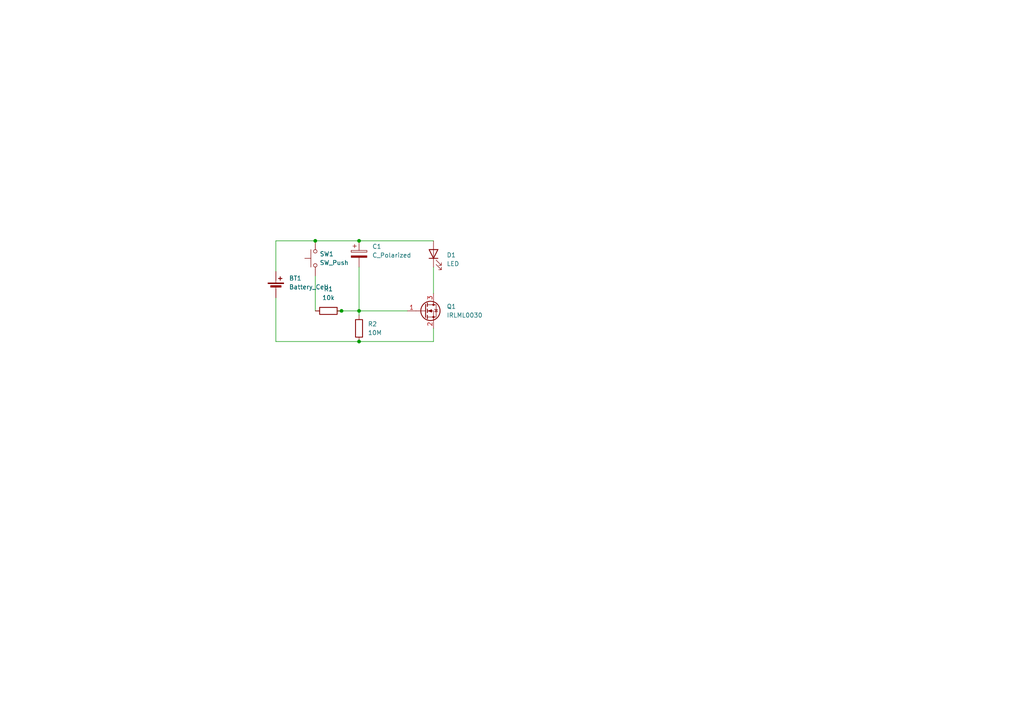
<source format=kicad_sch>
(kicad_sch (version 20231120) (generator "eeschema") (generator_version "8.0")
  (paper "A4")
  (lib_symbols
    (symbol "Device:Battery_Cell" (pin_numbers hide) (pin_names (offset 0) hide)
      (property "Reference" "BT" (at 2.54 2.54 0))
      (property "Value" "Battery_Cell" (at 2.54 0 0))
      (symbol "Battery_Cell_0_1"
        (rectangle (start -2.286 1.778) (end 2.286 1.524) (fill (type outline)))
        (rectangle (start -1.524 1.016) (end 1.524 0.508) (fill (type outline)))
        (polyline (pts (xy 0 0.762) (xy 0 0)))
        (polyline (pts (xy 0 1.778) (xy 0 2.54)))
        (polyline (pts (xy 0.762 3.048) (xy 1.778 3.048)) (stroke (width 0.254)))
        (polyline (pts (xy 1.27 3.556) (xy 1.27 2.54)) (stroke (width 0.254)))
      )
      (symbol "Battery_Cell_1_1"
        (pin passive line (at 0 5.08 270) (length 2.54) (name "+") (number "1"))
        (pin passive line (at 0 -2.54 90) (length 2.54) (name "-") (number "2"))
      )
    )
    (symbol "Device:C_Polarized" (pin_numbers hide) (pin_names (offset 0.254))
      (property "Reference" "C" (at 0.635 2.54 0))
      (property "Value" "C_Polarized" (at 0.635 -2.54 0))
      (symbol "C_Polarized_0_1"
        (rectangle (start -2.286 0.508) (end 2.286 1.016))
        (polyline (pts (xy -1.778 2.286) (xy -0.762 2.286)))
        (polyline (pts (xy -1.27 2.794) (xy -1.27 1.778)))
        (rectangle (start 2.286 -0.508) (end -2.286 -1.016) (fill (type outline)))
      )
      (symbol "C_Polarized_1_1"
        (pin passive line (at 0 3.81 270) (length 2.794) (name "~") (number "1"))
        (pin passive line (at 0 -3.81 90) (length 2.794) (name "~") (number "2"))
      )
    )
    (symbol "Device:LED" (pin_numbers hide) (pin_names (offset 1.016) hide)
      (property "Reference" "D" (at 0 2.54 0))
      (property "Value" "LED" (at 0 -2.54 0))
      (symbol "LED_0_1"
        (polyline (pts (xy -1.27 -1.27) (xy -1.27 1.27)) (stroke (width 0.254)))
        (polyline (pts (xy -1.27 0) (xy 1.27 0)))
        (polyline (pts (xy 1.27 -1.27) (xy 1.27 1.27) (xy -1.27 0) (xy 1.27 -1.27)) (stroke (width 0.254)))
        (polyline (pts (xy -3.048 -0.762) (xy -4.572 -2.286) (xy -3.81 -2.286) (xy -4.572 -2.286) (xy -4.572 -1.524)))
        (polyline (pts (xy -1.778 -0.762) (xy -3.302 -2.286) (xy -2.54 -2.286) (xy -3.302 -2.286) (xy -3.302 -1.524)))
      )
      (symbol "LED_1_1"
        (pin passive line (at -3.81 0 0) (length 2.54) (name "K") (number "1"))
        (pin passive line (at 3.81 0 180) (length 2.54) (name "A") (number "2"))
      )
    )
    (symbol "Device:R" (pin_numbers hide) (pin_names (offset 0))
      (property "Reference" "R" (at 2.032 0 90))
      (property "Value" "R" (at 0 0 90))
      (symbol "R_0_1"
        (rectangle (start -1.016 -2.54) (end 1.016 2.54) (stroke (width 0.254)))
      )
      (symbol "R_1_1"
        (pin passive line (at 0 3.81 270) (length 1.27) (name "~") (number "1"))
        (pin passive line (at 0 -3.81 90) (length 1.27) (name "~") (number "2"))
      )
    )
    (symbol "Switch:SW_Push" (pin_numbers hide) (pin_names (offset 1.016) hide)
      (property "Reference" "SW" (at 1.27 2.54 0))
      (property "Value" "SW_Push" (at 0 -1.524 0))
      (symbol "SW_Push_0_1"
        (circle (center -2.032 0) (radius 0.508))
        (polyline (pts (xy 0 1.27) (xy 0 3.048)))
        (polyline (pts (xy 2.54 1.27) (xy -2.54 1.27)))
        (circle (center 2.032 0) (radius 0.508))
        (pin passive line (at -5.08 0 0) (length 2.54) (name "1") (number "1"))
        (pin passive line (at 5.08 0 180) (length 2.54) (name "2") (number "2"))
      )
    )
    (symbol "Transistor_FET:IRLML0030" (pin_names hide)
      (property "Reference" "Q" (at 5.08 1.905 0))
      (property "Value" "IRLML0030" (at 5.08 0 0))
      (symbol "IRLML0030_0_1"
        (polyline (pts (xy 0.254 0) (xy -2.54 0)))
        (polyline (pts (xy 0.254 1.905) (xy 0.254 -1.905)) (stroke (width 0.254)))
        (polyline (pts (xy 0.762 -1.27) (xy 0.762 -2.286)) (stroke (width 0.254)))
        (polyline (pts (xy 0.762 0.508) (xy 0.762 -0.508)) (stroke (width 0.254)))
        (polyline (pts (xy 0.762 2.286) (xy 0.762 1.27)) (stroke (width 0.254)))
        (polyline (pts (xy 2.54 2.54) (xy 2.54 1.778)))
        (polyline (pts (xy 2.54 -2.54) (xy 2.54 0) (xy 0.762 0)))
        (polyline (pts (xy 0.762 -1.778) (xy 3.302 -1.778) (xy 3.302 1.778) (xy 0.762 1.778)))
        (polyline (pts (xy 1.016 0) (xy 2.032 0.381) (xy 2.032 -0.381) (xy 1.016 0)) (fill (type outline)))
        (polyline (pts (xy 2.794 0.508) (xy 2.921 0.381) (xy 3.683 0.381) (xy 3.81 0.254)))
        (polyline (pts (xy 3.302 0.381) (xy 2.921 -0.254) (xy 3.683 -0.254) (xy 3.302 0.381)))
        (circle (center 1.651 0) (radius 2.794) (stroke (width 0.254)))
        (circle (center 2.54 -1.778) (radius 0.254) (fill (type outline)))
        (circle (center 2.54 1.778) (radius 0.254) (fill (type outline)))
      )
      (symbol "IRLML0030_1_1"
        (pin input line (at -5.08 0 0) (length 2.54) (name "G") (number "1"))
        (pin passive line (at 2.54 -5.08 90) (length 2.54) (name "S") (number "2"))
        (pin passive line (at 2.54 5.08 270) (length 2.54) (name "D") (number "3"))
      )
    )
  )
  (junction (at 104.14 90.17))
  (junction (at 99.06 90.17))
  (junction (at 91.44 69.85))
  (junction (at 104.14 99.06))
  (junction (at 104.14 69.85))
  (wire (pts (xy 104.14 99.06) (xy 125.73 99.06)))
  (wire (pts (xy 80.01 86.36) (xy 80.01 99.06)))
  (wire (pts (xy 125.73 77.47) (xy 125.73 85.09)))
  (wire (pts (xy 104.14 69.85) (xy 125.73 69.85)))
  (wire (pts (xy 91.44 80.01) (xy 91.44 90.17)))
  (wire (pts (xy 104.14 77.47) (xy 104.14 90.17)))
  (wire (pts (xy 104.14 91.44) (xy 104.14 90.17)))
  (wire (pts (xy 80.01 69.85) (xy 91.44 69.85)))
  (wire (pts (xy 91.44 69.85) (xy 104.14 69.85)))
  (wire (pts (xy 99.06 90.17) (xy 104.14 90.17)))
  (wire (pts (xy 80.01 78.74) (xy 80.01 69.85)))
  (wire (pts (xy 104.14 90.17) (xy 118.11 90.17)))
  (wire (pts (xy 80.01 99.06) (xy 104.14 99.06)))
  (wire (pts (xy 125.73 95.25) (xy 125.73 99.06)))
  (wire (pts (xy 97.79 90.17) (xy 99.06 90.17)))
  (symbol (lib_id "Device:LED") (at 125.73 73.66 90) (unit 1)
    (property "Reference" "D1" (at 129.54 73.9774 90) (effects (justify right)))
    (property "Value" "LED" (at 129.54 76.5174 90) (effects (justify right)))
    (property "Footprint" "LED_THT:LED_D1.8mm_W3.3mm_H2.4mm" (effects (hide yes)))
    (property "Description" "Light emitting diode" (effects (hide yes)))
  )
  (symbol (lib_id "Device:R") (at 95.25 90.17 90) (unit 1)
    (property "Reference" "R1" (at 95.25 83.82 90))
    (property "Value" "10k" (at 95.25 86.36 90))
    (property "Footprint" "Resistor_SMD:R_0603_1608Metric" (effects (hide yes)))
    (property "Description" "Resistor" (effects (hide yes)))
  )
  (symbol (lib_id "Device:Battery_Cell") (at 80.01 83.82 0) (unit 1)
    (property "Reference" "BT1" (at 83.82 80.7084 0) (effects (justify left)))
    (property "Value" "Battery_Cell" (at 83.82 83.2484 0) (effects (justify left)))
    (property "Footprint" "Battery:BatteryHolder_Multicomp_BC-2001_1x2032" (effects (hide yes)))
    (property "Description" "Single-cell battery" (effects (hide yes)))
  )
  (symbol (lib_id "Device:C_Polarized") (at 104.14 73.66 0) (unit 1)
    (property "Reference" "C1" (at 107.95 71.5009 0) (effects (justify left)))
    (property "Value" "C_Polarized" (at 107.95 74.0409 0) (effects (justify left)))
    (property "Footprint" "Capacitor_SMD:C_0603_1608Metric" (effects (hide yes)))
    (property "Description" "Polarized capacitor" (effects (hide yes)))
  )
  (symbol (lib_id "Switch:SW_Push") (at 91.44 74.93 90) (unit 1)
    (property "Reference" "SW1" (at 92.71 73.6599 90) (effects (justify right)))
    (property "Value" "SW_Push" (at 92.71 76.1999 90) (effects (justify right)))
    (property "Footprint" "Button_Switch_SMD:SW_Push_SPST_NO_Alps_SKRK" (effects (hide yes)))
    (property "Description" "Push button switch, generic, two pins" (effects (hide yes)))
  )
  (symbol (lib_id "Device:R") (at 104.14 95.25 0) (unit 1)
    (property "Reference" "R2" (at 106.68 93.9799 0) (effects (justify left)))
    (property "Value" "10M" (at 106.68 96.5199 0) (effects (justify left)))
    (property "Footprint" "Resistor_SMD:R_0603_1608Metric" (effects (hide yes)))
    (property "Description" "Resistor" (effects (hide yes)))
  )
  (symbol (lib_id "Transistor_FET:IRLML0030") (at 123.19 90.17 0) (unit 1)
    (property "Reference" "Q1" (at 129.54 88.8999 0) (effects (justify left)))
    (property "Value" "IRLML0030" (at 129.54 91.4399 0) (effects (justify left)))
    (property "Footprint" "Package_TO_SOT_SMD:SOT-23" (effects (hide yes)))
    (property "Datasheet" "https://www.infineon.com/dgdl/irlml0030pbf.pdf?fileId=5546d462533600a401535664773825df" (effects (hide yes)))
    (property "Description" "5.3A Id, 30V Vds, 27mOhm Rds, N-Channel HEXFET Power MOSFET, SOT-23" (effects (hide yes)))
  )
)
</source>
